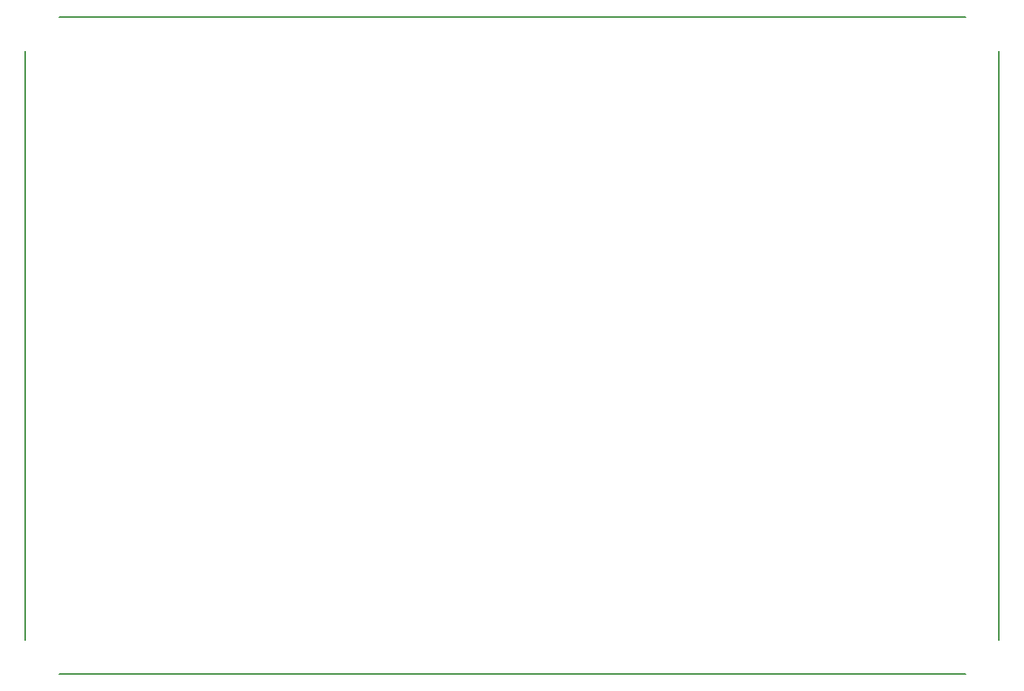
<source format=gko>
%FSLAX44Y44*%
%MOMM*%
G71*
G01*
G75*
G04 Layer_Color=16711935*
%ADD10R,1.5000X1.0000*%
%ADD11R,0.9000X1.0000*%
%ADD12R,1.0000X0.9000*%
%ADD13R,0.6000X1.3000*%
%ADD14R,2.2000X2.0000*%
%ADD15R,3.0000X4.0000*%
%ADD16R,10.5000X10.4000*%
%ADD17R,1.1000X3.5000*%
%ADD18R,3.0000X5.0000*%
%ADD19R,2.5000X5.7000*%
%ADD20R,1.6000X3.0000*%
%ADD21R,5.7000X2.5000*%
%ADD22R,1.6000X0.5000*%
%ADD23R,0.5000X1.6000*%
%ADD24R,1.0000X1.5000*%
%ADD25R,1.8000X2.0000*%
%ADD26C,1.0000*%
%ADD27C,0.5000*%
%ADD28C,0.6000*%
%ADD29C,0.4000*%
%ADD30C,7.0000*%
%ADD31C,2.5000*%
%ADD32C,3.0000*%
%ADD33C,2.0000*%
%ADD34R,1.6000X1.6000*%
%ADD35C,1.6000*%
%ADD36R,2.0000X2.0000*%
%ADD37C,1.2000*%
%ADD38C,1.2700*%
%ADD39C,0.2000*%
%ADD40C,0.2500*%
%ADD41C,0.1000*%
%ADD42C,0.2540*%
%ADD43R,1.7032X1.2032*%
%ADD44R,1.1032X1.2032*%
%ADD45R,1.2032X1.1032*%
%ADD46R,0.8032X1.5032*%
%ADD47R,2.4032X2.2032*%
%ADD48R,3.2032X4.2032*%
%ADD49R,10.7032X10.6032*%
%ADD50R,1.3032X3.7032*%
%ADD51R,3.2032X5.2032*%
%ADD52R,2.7032X5.9032*%
%ADD53R,1.8032X3.2032*%
%ADD54R,5.9032X2.7032*%
%ADD55R,1.8032X0.7032*%
%ADD56R,0.7032X1.8032*%
%ADD57R,1.2032X1.7032*%
%ADD58R,2.0032X2.2032*%
%ADD59C,7.2032*%
%ADD60C,2.7032*%
%ADD61C,3.2032*%
%ADD62C,2.2032*%
%ADD63R,1.8032X1.8032*%
%ADD64C,1.8032*%
%ADD65R,2.2032X2.2032*%
%ADD66C,1.4732*%
D39*
X1015000Y35000D02*
Y650000D01*
X0Y35000D02*
Y650000D01*
X35000Y0D02*
X980000D01*
X35000Y685000D02*
X980000D01*
M02*

</source>
